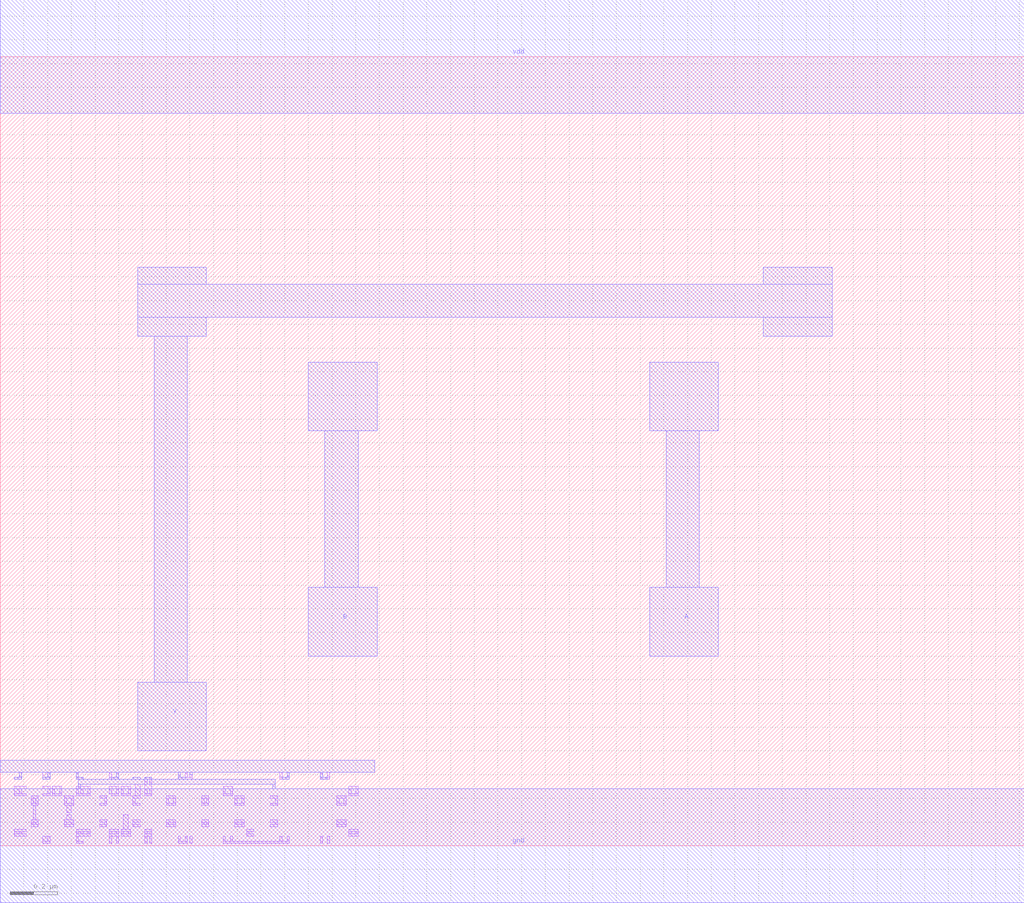
<source format=lef>
VERSION 5.7 ;
  NOWIREEXTENSIONATPIN ON ;
  DIVIDERCHAR "/" ;
  BUSBITCHARS "[]" ;
MACRO NAND2X1
  CLASS CORE ;
  FOREIGN NAND2X1 ;
  ORIGIN 0.000 0.000 ;
  SIZE 4.320 BY 3.330 ;
  SYMMETRY X Y R90 ;
  SITE unit ;
  PIN vdd
    DIRECTION INOUT ;
    USE POWER ;
    SHAPE ABUTMENT ;
    PORT
      LAYER met1 ;
        RECT 0.000 3.090 4.320 3.570 ;
    END
  END vdd
  PIN gnd
    DIRECTION INOUT ;
    USE GROUND ;
    SHAPE ABUTMENT ;
    PORT
      LAYER met1 ;
        RECT 0.000 0.310 1.580 0.360 ;
        RECT 0.080 0.290 0.090 0.310 ;
        RECT 0.200 0.290 0.210 0.310 ;
        RECT 0.060 0.280 0.090 0.290 ;
        RECT 0.180 0.280 0.210 0.290 ;
        RECT 0.320 0.290 0.330 0.310 ;
        RECT 0.490 0.290 0.500 0.310 ;
        RECT 0.750 0.290 0.760 0.310 ;
        RECT 0.800 0.300 0.810 0.310 ;
        RECT 1.210 0.290 1.220 0.310 ;
        RECT 0.320 0.280 0.350 0.290 ;
        RECT 0.470 0.280 0.500 0.290 ;
        RECT 0.560 0.280 0.590 0.290 ;
        RECT 0.610 0.280 0.640 0.290 ;
        RECT 0.750 0.280 0.780 0.290 ;
        RECT 1.190 0.280 1.220 0.290 ;
        RECT 1.350 0.290 1.360 0.310 ;
        RECT 1.350 0.280 1.380 0.290 ;
        RECT 0.330 0.260 1.160 0.280 ;
        RECT 0.330 0.240 0.340 0.260 ;
        RECT 1.150 0.240 1.160 0.260 ;
        RECT 0.000 -0.240 4.320 0.240 ;
    END
  END gnd
  PIN Y
    DIRECTION INOUT ;
    USE SIGNAL ;
    SHAPE ABUTMENT ;
    PORT
      LAYER met1 ;
        RECT 0.580 2.370 0.870 2.440 ;
        RECT 3.220 2.370 3.510 2.440 ;
        RECT 0.580 2.230 3.510 2.370 ;
        RECT 0.580 2.150 0.870 2.230 ;
        RECT 3.220 2.150 3.510 2.230 ;
        RECT 0.650 0.690 0.790 2.150 ;
        RECT 0.580 0.400 0.870 0.690 ;
    END
  END Y
  PIN B
    DIRECTION INOUT ;
    USE SIGNAL ;
    SHAPE ABUTMENT ;
    PORT
      LAYER met1 ;
        RECT 1.300 1.750 1.590 2.040 ;
        RECT 1.370 1.090 1.510 1.750 ;
        RECT 1.300 0.800 1.590 1.090 ;
    END
  END B
  PIN A
    DIRECTION INOUT ;
    USE SIGNAL ;
    SHAPE ABUTMENT ;
    PORT
      LAYER met1 ;
        RECT 2.740 1.750 3.030 2.040 ;
        RECT 2.810 1.090 2.950 1.750 ;
        RECT 2.740 0.800 3.030 1.090 ;
    END
  END A
  OBS
      LAYER li1 ;
        RECT 0.080 0.290 0.090 0.310 ;
        RECT 0.060 0.280 0.090 0.290 ;
      LAYER li1 ;
        RECT 0.180 0.290 0.200 0.310 ;
      LAYER li1 ;
        RECT 0.200 0.290 0.210 0.310 ;
        RECT 0.180 0.280 0.210 0.290 ;
        RECT 0.320 0.290 0.330 0.310 ;
        RECT 0.460 0.290 0.470 0.310 ;
        RECT 0.490 0.290 0.500 0.310 ;
        RECT 0.750 0.290 0.760 0.310 ;
        RECT 0.780 0.290 0.790 0.310 ;
        RECT 0.800 0.290 0.810 0.310 ;
        RECT 0.320 0.280 0.350 0.290 ;
        RECT 0.460 0.280 0.500 0.290 ;
        RECT 0.610 0.280 0.640 0.290 ;
        RECT 0.750 0.280 0.810 0.290 ;
        RECT 1.180 0.290 1.190 0.310 ;
        RECT 1.210 0.290 1.220 0.310 ;
        RECT 1.180 0.280 1.220 0.290 ;
        RECT 1.350 0.290 1.360 0.310 ;
        RECT 1.380 0.290 1.390 0.310 ;
        RECT 1.350 0.280 1.390 0.290 ;
        RECT 0.610 0.260 0.620 0.280 ;
        RECT 0.630 0.260 0.640 0.280 ;
        RECT 0.060 0.240 0.110 0.250 ;
        RECT 0.180 0.240 0.210 0.250 ;
      LAYER li1 ;
        RECT 0.060 0.220 0.080 0.240 ;
      LAYER li1 ;
        RECT 0.080 0.220 0.090 0.240 ;
        RECT 0.200 0.220 0.210 0.240 ;
        RECT 0.060 0.210 0.110 0.220 ;
        RECT 0.180 0.210 0.210 0.220 ;
        RECT 0.220 0.240 0.260 0.250 ;
        RECT 0.220 0.220 0.230 0.240 ;
        RECT 0.250 0.220 0.260 0.240 ;
        RECT 0.220 0.210 0.260 0.220 ;
        RECT 0.320 0.240 0.380 0.250 ;
        RECT 0.320 0.220 0.330 0.240 ;
        RECT 0.340 0.220 0.350 0.240 ;
        RECT 0.370 0.220 0.380 0.240 ;
        RECT 0.460 0.240 0.500 0.250 ;
        RECT 0.460 0.220 0.470 0.240 ;
        RECT 0.490 0.220 0.500 0.240 ;
        RECT 0.320 0.210 0.380 0.220 ;
        RECT 0.470 0.210 0.500 0.220 ;
        RECT 0.510 0.240 0.550 0.250 ;
        RECT 0.510 0.220 0.520 0.240 ;
        RECT 0.540 0.220 0.550 0.240 ;
        RECT 0.510 0.210 0.550 0.220 ;
        RECT 0.570 0.210 0.590 0.260 ;
        RECT 0.610 0.240 0.640 0.260 ;
        RECT 0.610 0.220 0.620 0.240 ;
        RECT 0.630 0.220 0.640 0.240 ;
        RECT 0.610 0.210 0.640 0.220 ;
        RECT 0.940 0.240 0.980 0.250 ;
        RECT 0.940 0.220 0.950 0.240 ;
        RECT 0.970 0.220 0.980 0.240 ;
        RECT 0.940 0.210 0.980 0.220 ;
        RECT 1.470 0.240 1.510 0.250 ;
        RECT 1.470 0.220 1.480 0.240 ;
        RECT 1.500 0.220 1.510 0.240 ;
        RECT 1.470 0.210 1.510 0.220 ;
        RECT 0.130 0.200 0.160 0.210 ;
        RECT 0.130 0.180 0.140 0.200 ;
      LAYER li1 ;
        RECT 0.140 0.180 0.150 0.200 ;
      LAYER li1 ;
        RECT 0.150 0.180 0.160 0.200 ;
        RECT 0.130 0.170 0.160 0.180 ;
        RECT 0.270 0.200 0.310 0.210 ;
        RECT 0.420 0.200 0.450 0.210 ;
        RECT 0.270 0.180 0.280 0.200 ;
        RECT 0.300 0.180 0.310 0.200 ;
        RECT 0.440 0.180 0.450 0.200 ;
        RECT 0.270 0.170 0.310 0.180 ;
        RECT 0.420 0.170 0.450 0.180 ;
        RECT 0.560 0.200 0.590 0.210 ;
        RECT 0.700 0.200 0.740 0.210 ;
        RECT 0.560 0.180 0.570 0.200 ;
        RECT 0.700 0.180 0.710 0.200 ;
        RECT 0.730 0.180 0.740 0.200 ;
        RECT 0.560 0.170 0.590 0.180 ;
        RECT 0.700 0.170 0.740 0.180 ;
        RECT 0.850 0.200 0.880 0.210 ;
        RECT 0.850 0.180 0.860 0.200 ;
        RECT 0.870 0.180 0.880 0.200 ;
        RECT 0.850 0.170 0.880 0.180 ;
        RECT 0.990 0.200 1.030 0.210 ;
        RECT 1.140 0.200 1.170 0.210 ;
        RECT 0.990 0.180 1.000 0.200 ;
        RECT 1.020 0.180 1.030 0.200 ;
        RECT 1.160 0.180 1.170 0.200 ;
        RECT 0.990 0.170 1.030 0.180 ;
        RECT 1.140 0.170 1.170 0.180 ;
        RECT 1.420 0.200 1.460 0.210 ;
        RECT 1.420 0.180 1.430 0.200 ;
        RECT 1.450 0.180 1.460 0.200 ;
        RECT 1.420 0.170 1.460 0.180 ;
        RECT 0.140 0.110 0.150 0.170 ;
        RECT 0.280 0.140 0.300 0.170 ;
        RECT 0.280 0.110 0.300 0.130 ;
        RECT 0.130 0.100 0.160 0.110 ;
        RECT 0.130 0.090 0.140 0.100 ;
      LAYER li1 ;
        RECT 0.140 0.090 0.150 0.100 ;
      LAYER li1 ;
        RECT 0.150 0.090 0.160 0.100 ;
        RECT 0.130 0.080 0.160 0.090 ;
        RECT 0.270 0.100 0.310 0.110 ;
        RECT 0.420 0.100 0.450 0.110 ;
        RECT 0.270 0.090 0.280 0.100 ;
        RECT 0.300 0.090 0.310 0.100 ;
        RECT 0.440 0.090 0.450 0.100 ;
        RECT 0.270 0.080 0.310 0.090 ;
        RECT 0.420 0.080 0.450 0.090 ;
        RECT 0.520 0.070 0.540 0.130 ;
        RECT 0.560 0.100 0.590 0.110 ;
        RECT 0.700 0.100 0.740 0.110 ;
        RECT 0.560 0.090 0.570 0.100 ;
        RECT 0.700 0.090 0.710 0.100 ;
        RECT 0.730 0.090 0.740 0.100 ;
        RECT 0.560 0.080 0.590 0.090 ;
        RECT 0.700 0.080 0.740 0.090 ;
        RECT 0.850 0.100 0.880 0.110 ;
        RECT 0.850 0.090 0.860 0.100 ;
        RECT 0.870 0.090 0.880 0.100 ;
        RECT 0.850 0.080 0.880 0.090 ;
        RECT 0.990 0.100 1.030 0.110 ;
        RECT 1.140 0.100 1.170 0.110 ;
        RECT 0.990 0.090 1.000 0.100 ;
        RECT 1.020 0.090 1.030 0.100 ;
        RECT 1.160 0.090 1.170 0.100 ;
        RECT 0.990 0.080 1.030 0.090 ;
        RECT 1.140 0.080 1.170 0.090 ;
        RECT 1.420 0.100 1.460 0.110 ;
        RECT 1.420 0.090 1.430 0.100 ;
        RECT 1.450 0.090 1.460 0.100 ;
        RECT 1.420 0.080 1.460 0.090 ;
        RECT 0.060 0.060 0.110 0.070 ;
        RECT 0.320 0.060 0.380 0.070 ;
      LAYER li1 ;
        RECT 0.060 0.050 0.080 0.060 ;
      LAYER li1 ;
        RECT 0.080 0.050 0.090 0.060 ;
        RECT 0.320 0.050 0.330 0.060 ;
        RECT 0.340 0.050 0.350 0.060 ;
        RECT 0.370 0.050 0.380 0.060 ;
        RECT 0.060 0.040 0.110 0.050 ;
        RECT 0.320 0.040 0.380 0.050 ;
        RECT 0.460 0.060 0.500 0.070 ;
        RECT 0.460 0.050 0.470 0.060 ;
        RECT 0.490 0.050 0.500 0.060 ;
        RECT 0.460 0.040 0.500 0.050 ;
        RECT 0.510 0.060 0.550 0.070 ;
        RECT 0.510 0.050 0.520 0.060 ;
        RECT 0.540 0.050 0.550 0.060 ;
        RECT 0.510 0.040 0.550 0.050 ;
        RECT 0.610 0.060 0.640 0.070 ;
        RECT 0.610 0.050 0.620 0.060 ;
        RECT 0.630 0.050 0.640 0.060 ;
        RECT 0.610 0.040 0.640 0.050 ;
        RECT 1.040 0.060 1.070 0.070 ;
        RECT 1.470 0.060 1.510 0.070 ;
        RECT 1.040 0.050 1.050 0.060 ;
        RECT 1.470 0.050 1.480 0.060 ;
        RECT 1.500 0.050 1.510 0.060 ;
        RECT 1.040 0.040 1.070 0.050 ;
        RECT 1.470 0.040 1.510 0.050 ;
      LAYER li1 ;
        RECT 0.180 0.020 0.200 0.040 ;
      LAYER li1 ;
        RECT 0.200 0.020 0.210 0.040 ;
        RECT 0.180 0.010 0.210 0.020 ;
        RECT 0.320 0.020 0.330 0.040 ;
        RECT 0.320 0.010 0.350 0.020 ;
        RECT 0.460 0.010 0.470 0.040 ;
        RECT 0.490 0.010 0.500 0.040 ;
        RECT 0.610 0.010 0.620 0.040 ;
        RECT 0.630 0.010 0.640 0.040 ;
        RECT 0.750 0.020 0.760 0.040 ;
        RECT 0.780 0.020 0.790 0.040 ;
        RECT 0.750 0.010 0.790 0.020 ;
        RECT 0.800 0.010 0.810 0.040 ;
        RECT 0.940 0.020 0.950 0.040 ;
        RECT 0.970 0.020 0.980 0.040 ;
        RECT 1.180 0.020 1.190 0.040 ;
        RECT 1.210 0.020 1.220 0.040 ;
        RECT 0.940 0.010 1.220 0.020 ;
        RECT 1.350 0.010 1.360 0.040 ;
        RECT 1.380 0.010 1.390 0.040 ;
  END
END NAND2X1
END LIBRARY


</source>
